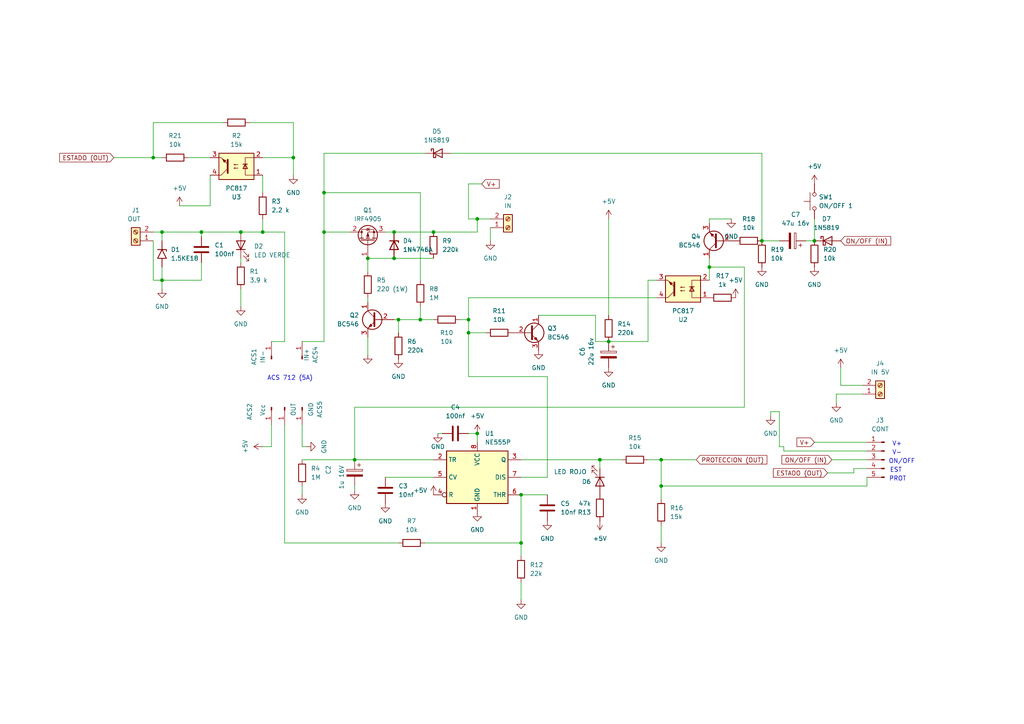
<source format=kicad_sch>
(kicad_sch (version 20230121) (generator eeschema)
  (paper "A4")
  (lib_symbols
    (symbol "Connector:Conn_01x01_Pin" (pin_names (offset 1.016) hide)
      (property "Reference" "J" (at 0 2.54 0))
      (property "Value" "Conn_01x01_Pin" (at 0 -2.54 0))
      (symbol "Conn_01x01_Pin_1_1"
        (polyline (pts (xy 1.27 0) (xy 0.8636 0)) (stroke (width 0.1524)))
        (rectangle (start 0.8636 0.127) (end 0 -0.127) (stroke (width 0.1524)) (fill (type outline)))
        (pin passive line (at 5.08 0 180) (length 3.81) (name "Pin_1") (number "1"))
      )
    )
    (symbol "Connector:Conn_01x06_Pin" (pin_names (offset 1.016) hide)
      (property "Reference" "J3" (at 0.635 10.16 0))
      (property "Value" "INA219" (at 0.635 7.62 0))
      (symbol "Conn_01x06_Pin_1_1"
        (polyline (pts (xy 1.27 -5.08) (xy 0.8636 -5.08)) (stroke (width 0.1524)))
        (polyline (pts (xy 1.27 -2.54) (xy 0.8636 -2.54)) (stroke (width 0.1524)))
        (polyline (pts (xy 1.27 0) (xy 0.8636 0)) (stroke (width 0.1524)))
        (polyline (pts (xy 1.27 2.54) (xy 0.8636 2.54)) (stroke (width 0.1524)))
        (polyline (pts (xy 1.27 5.08) (xy 0.8636 5.08)) (stroke (width 0.1524)))
        (rectangle (start 0.8636 -4.953) (end 0 -5.207) (stroke (width 0.1524)) (fill (type outline)))
        (rectangle (start 0.8636 -2.413) (end 0 -2.667) (stroke (width 0.1524)) (fill (type outline)))
        (rectangle (start 0.8636 0.127) (end 0 -0.127) (stroke (width 0.1524)) (fill (type outline)))
        (rectangle (start 0.8636 2.667) (end 0 2.413) (stroke (width 0.1524)) (fill (type outline)))
        (rectangle (start 0.8636 5.207) (end 0 4.953) (stroke (width 0.1524)) (fill (type outline)))
        (pin passive line (at 5.08 5.08 180) (length 3.81) (name "Pin_1") (number "1"))
        (pin passive line (at 5.08 2.54 180) (length 3.81) (name "Pin_2") (number "2"))
        (pin passive line (at 5.08 0 180) (length 3.81) (name "Pin_3") (number "3"))
        (pin passive line (at 5.08 -2.54 180) (length 3.81) (name "Pin_4") (number "4"))
        (pin passive line (at 5.08 -5.08 180) (length 3.81) (name "Pin_5") (number "5"))
      )
    )
    (symbol "Connector:Screw_Terminal_01x02" (pin_names (offset 1.016) hide)
      (property "Reference" "J" (at 0 2.54 0))
      (property "Value" "Screw_Terminal_01x02" (at 0 -5.08 0))
      (symbol "Screw_Terminal_01x02_1_1"
        (rectangle (start -1.27 1.27) (end 1.27 -3.81) (stroke (width 0.254)) (fill (type background)))
        (circle (center 0 -2.54) (radius 0.635) (stroke (width 0.1524)))
        (polyline (pts (xy -0.5334 -2.2098) (xy 0.3302 -3.048)) (stroke (width 0.1524)))
        (polyline (pts (xy -0.5334 0.3302) (xy 0.3302 -0.508)) (stroke (width 0.1524)))
        (polyline (pts (xy -0.3556 -2.032) (xy 0.508 -2.8702)) (stroke (width 0.1524)))
        (polyline (pts (xy -0.3556 0.508) (xy 0.508 -0.3302)) (stroke (width 0.1524)))
        (circle (center 0 0) (radius 0.635) (stroke (width 0.1524)))
        (pin passive line (at -5.08 0 0) (length 3.81) (name "Pin_1") (number "1"))
        (pin passive line (at -5.08 -2.54 0) (length 3.81) (name "Pin_2") (number "2"))
      )
    )
    (symbol "Device:C" (pin_numbers hide) (pin_names (offset 0.254))
      (property "Reference" "C" (at 0.635 2.54 0))
      (property "Value" "C" (at 0.635 -2.54 0))
      (symbol "C_0_1"
        (polyline (pts (xy -2.032 -0.762) (xy 2.032 -0.762)) (stroke (width 0.508)))
        (polyline (pts (xy -2.032 0.762) (xy 2.032 0.762)) (stroke (width 0.508)))
      )
      (symbol "C_1_1"
        (pin passive line (at 0 3.81 270) (length 2.794) (name "~") (number "1"))
        (pin passive line (at 0 -3.81 90) (length 2.794) (name "~") (number "2"))
      )
    )
    (symbol "Device:C_Polarized" (pin_numbers hide) (pin_names (offset 0.254))
      (property "Reference" "C" (at 0.635 2.54 0))
      (property "Value" "C_Polarized" (at 0.635 -2.54 0))
      (symbol "C_Polarized_0_1"
        (rectangle (start -2.286 0.508) (end 2.286 1.016))
        (polyline (pts (xy -1.778 2.286) (xy -0.762 2.286)))
        (polyline (pts (xy -1.27 2.794) (xy -1.27 1.778)))
        (rectangle (start 2.286 -0.508) (end -2.286 -1.016) (fill (type outline)))
      )
      (symbol "C_Polarized_1_1"
        (pin passive line (at 0 3.81 270) (length 2.794) (name "~") (number "1"))
        (pin passive line (at 0 -3.81 90) (length 2.794) (name "~") (number "2"))
      )
    )
    (symbol "Device:LED" (pin_numbers hide) (pin_names (offset 1.016) hide)
      (property "Reference" "D" (at 0 2.54 0))
      (property "Value" "LED" (at 0 -2.54 0))
      (symbol "LED_0_1"
        (polyline (pts (xy -1.27 -1.27) (xy -1.27 1.27)) (stroke (width 0.254)))
        (polyline (pts (xy -1.27 0) (xy 1.27 0)))
        (polyline (pts (xy 1.27 -1.27) (xy 1.27 1.27) (xy -1.27 0) (xy 1.27 -1.27)) (stroke (width 0.254)))
        (polyline (pts (xy -3.048 -0.762) (xy -4.572 -2.286) (xy -3.81 -2.286) (xy -4.572 -2.286) (xy -4.572 -1.524)))
        (polyline (pts (xy -1.778 -0.762) (xy -3.302 -2.286) (xy -2.54 -2.286) (xy -3.302 -2.286) (xy -3.302 -1.524)))
      )
      (symbol "LED_1_1"
        (pin passive line (at -3.81 0 0) (length 2.54) (name "K") (number "1"))
        (pin passive line (at 3.81 0 180) (length 2.54) (name "A") (number "2"))
      )
    )
    (symbol "Device:R" (pin_numbers hide) (pin_names (offset 0))
      (property "Reference" "R" (at 2.032 0 90))
      (property "Value" "R" (at 0 0 90))
      (symbol "R_0_1"
        (rectangle (start -1.016 -2.54) (end 1.016 2.54) (stroke (width 0.254)))
      )
      (symbol "R_1_1"
        (pin passive line (at 0 3.81 270) (length 1.27) (name "~") (number "1"))
        (pin passive line (at 0 -3.81 90) (length 1.27) (name "~") (number "2"))
      )
    )
    (symbol "Diode:1.5KExxA" (pin_numbers hide) (pin_names (offset 1.016) hide)
      (property "Reference" "D" (at 0 2.54 0))
      (property "Value" "1.5KExxA" (at 0 -2.54 0))
      (symbol "1.5KExxA_0_1"
        (polyline (pts (xy -0.762 1.27) (xy -1.27 1.27) (xy -1.27 -1.27)) (stroke (width 0.254)))
        (polyline (pts (xy 1.27 1.27) (xy 1.27 -1.27) (xy -1.27 0) (xy 1.27 1.27)) (stroke (width 0.254)))
      )
      (symbol "1.5KExxA_1_1"
        (pin passive line (at -3.81 0 0) (length 2.54) (name "A1") (number "1"))
        (pin passive line (at 3.81 0 180) (length 2.54) (name "A2") (number "2"))
      )
    )
    (symbol "Diode:1N47xxA" (pin_numbers hide) (pin_names hide)
      (property "Reference" "D" (at 0 2.54 0))
      (property "Value" "1N47xxA" (at 0 -2.54 0))
      (symbol "1N47xxA_0_1"
        (polyline (pts (xy 1.27 0) (xy -1.27 0)))
        (polyline (pts (xy -1.27 -1.27) (xy -1.27 1.27) (xy -0.762 1.27)) (stroke (width 0.254)))
        (polyline (pts (xy 1.27 -1.27) (xy 1.27 1.27) (xy -1.27 0) (xy 1.27 -1.27)) (stroke (width 0.254)))
      )
      (symbol "1N47xxA_1_1"
        (pin passive line (at -3.81 0 0) (length 2.54) (name "K") (number "1"))
        (pin passive line (at 3.81 0 180) (length 2.54) (name "A") (number "2"))
      )
    )
    (symbol "Diode:1N5819" (pin_numbers hide) (pin_names (offset 1.016) hide)
      (property "Reference" "D" (at 0 2.54 0))
      (property "Value" "1N5819" (at 0 -2.54 0))
      (symbol "1N5819_0_1"
        (polyline (pts (xy 1.27 0) (xy -1.27 0)))
        (polyline (pts (xy 1.27 1.27) (xy 1.27 -1.27) (xy -1.27 0) (xy 1.27 1.27)) (stroke (width 0.254)))
        (polyline (pts (xy -1.905 0.635) (xy -1.905 1.27) (xy -1.27 1.27) (xy -1.27 -1.27) (xy -0.635 -1.27) (xy -0.635 -0.635)) (stroke (width 0.254)))
      )
      (symbol "1N5819_1_1"
        (pin passive line (at -3.81 0 0) (length 2.54) (name "K") (number "1"))
        (pin passive line (at 3.81 0 180) (length 2.54) (name "A") (number "2"))
      )
    )
    (symbol "Isolator:PC817" (pin_names (offset 1.016))
      (property "Reference" "U" (at -5.08 5.08 0))
      (property "Value" "PC817" (at 0 5.08 0))
      (symbol "PC817_0_1"
        (rectangle (start -5.08 3.81) (end 5.08 -3.81) (stroke (width 0.254)) (fill (type background)))
        (polyline (pts (xy -3.175 -0.635) (xy -1.905 -0.635)) (stroke (width 0.254)))
        (polyline (pts (xy 2.54 0.635) (xy 4.445 2.54)))
        (polyline (pts (xy 4.445 -2.54) (xy 2.54 -0.635)) (fill (type outline)))
        (polyline (pts (xy 4.445 -2.54) (xy 5.08 -2.54)))
        (polyline (pts (xy 4.445 2.54) (xy 5.08 2.54)))
        (polyline (pts (xy -5.08 2.54) (xy -2.54 2.54) (xy -2.54 -0.635)))
        (polyline (pts (xy -2.54 -0.635) (xy -2.54 -2.54) (xy -5.08 -2.54)))
        (polyline (pts (xy 2.54 1.905) (xy 2.54 -1.905) (xy 2.54 -1.905)) (stroke (width 0.508)))
        (polyline (pts (xy -2.54 -0.635) (xy -3.175 0.635) (xy -1.905 0.635) (xy -2.54 -0.635)) (stroke (width 0.254)))
        (polyline (pts (xy -0.508 -0.508) (xy 0.762 -0.508) (xy 0.381 -0.635) (xy 0.381 -0.381) (xy 0.762 -0.508)))
        (polyline (pts (xy -0.508 0.508) (xy 0.762 0.508) (xy 0.381 0.381) (xy 0.381 0.635) (xy 0.762 0.508)))
        (polyline (pts (xy 3.048 -1.651) (xy 3.556 -1.143) (xy 4.064 -2.159) (xy 3.048 -1.651) (xy 3.048 -1.651)) (fill (type outline)))
      )
      (symbol "PC817_1_1"
        (pin passive line (at -7.62 2.54 0) (length 2.54) (name "~") (number "1"))
        (pin passive line (at -7.62 -2.54 0) (length 2.54) (name "~") (number "2"))
        (pin passive line (at 7.62 -2.54 180) (length 2.54) (name "~") (number "3"))
        (pin passive line (at 7.62 2.54 180) (length 2.54) (name "~") (number "4"))
      )
    )
    (symbol "Switch:SW_Push" (pin_numbers hide) (pin_names (offset 1.016) hide)
      (property "Reference" "SW" (at 1.27 2.54 0))
      (property "Value" "SW_Push" (at 0 -1.524 0))
      (symbol "SW_Push_0_1"
        (circle (center -2.032 0) (radius 0.508))
        (polyline (pts (xy 0 1.27) (xy 0 3.048)))
        (polyline (pts (xy 2.54 1.27) (xy -2.54 1.27)))
        (circle (center 2.032 0) (radius 0.508))
        (pin passive line (at -5.08 0 0) (length 2.54) (name "1") (number "1"))
        (pin passive line (at 5.08 0 180) (length 2.54) (name "2") (number "2"))
      )
    )
    (symbol "Timer:NE555P"
      (property "Reference" "U" (at -10.16 8.89 0))
      (property "Value" "NE555P" (at 2.54 8.89 0))
      (symbol "NE555P_0_0"
        (pin power_in line (at 0 -10.16 90) (length 2.54) (name "GND") (number "1"))
        (pin power_in line (at 0 10.16 270) (length 2.54) (name "VCC") (number "8"))
      )
      (symbol "NE555P_0_1"
        (rectangle (start -8.89 -7.62) (end 8.89 7.62) (stroke (width 0.254)) (fill (type background)))
        (rectangle (start -8.89 -7.62) (end 8.89 7.62) (stroke (width 0.254)) (fill (type background)))
      )
      (symbol "NE555P_1_1"
        (pin input line (at -12.7 5.08 0) (length 3.81) (name "TR") (number "2"))
        (pin output line (at 12.7 5.08 180) (length 3.81) (name "Q") (number "3"))
        (pin input inverted (at -12.7 -5.08 0) (length 3.81) (name "R") (number "4"))
        (pin input line (at -12.7 0 0) (length 3.81) (name "CV") (number "5"))
        (pin input line (at 12.7 -5.08 180) (length 3.81) (name "THR") (number "6"))
        (pin input line (at 12.7 0 180) (length 3.81) (name "DIS") (number "7"))
      )
    )
    (symbol "Transistor_BJT:BC546" (pin_names (offset 0) hide)
      (property "Reference" "Q" (at 5.08 1.905 0))
      (property "Value" "BC546" (at 5.08 0 0))
      (symbol "BC546_0_1"
        (polyline (pts (xy 0 0) (xy 0.635 0)))
        (polyline (pts (xy 0.635 0.635) (xy 2.54 2.54)))
        (polyline (pts (xy 0.635 -0.635) (xy 2.54 -2.54) (xy 2.54 -2.54)))
        (polyline (pts (xy 0.635 1.905) (xy 0.635 -1.905) (xy 0.635 -1.905)) (stroke (width 0.508)))
        (polyline (pts (xy 1.27 -1.778) (xy 1.778 -1.27) (xy 2.286 -2.286) (xy 1.27 -1.778) (xy 1.27 -1.778)) (fill (type outline)))
        (circle (center 1.27 0) (radius 2.8194) (stroke (width 0.254)))
      )
      (symbol "BC546_1_1"
        (pin passive line (at 2.54 5.08 270) (length 2.54) (name "C") (number "1"))
        (pin input line (at -5.08 0 0) (length 5.08) (name "B") (number "2"))
        (pin passive line (at 2.54 -5.08 90) (length 2.54) (name "E") (number "3"))
      )
    )
    (symbol "Transistor_FET:IRF4905" (pin_names hide)
      (property "Reference" "Q" (at 5.08 1.905 0))
      (property "Value" "IRF4905" (at 5.08 0 0))
      (symbol "IRF4905_0_1"
        (polyline (pts (xy 0.254 0) (xy -2.54 0)))
        (polyline (pts (xy 0.254 1.905) (xy 0.254 -1.905)) (stroke (width 0.254)))
        (polyline (pts (xy 0.762 -1.27) (xy 0.762 -2.286)) (stroke (width 0.254)))
        (polyline (pts (xy 0.762 0.508) (xy 0.762 -0.508)) (stroke (width 0.254)))
        (polyline (pts (xy 0.762 2.286) (xy 0.762 1.27)) (stroke (width 0.254)))
        (polyline (pts (xy 2.54 2.54) (xy 2.54 1.778)))
        (polyline (pts (xy 2.54 -2.54) (xy 2.54 0) (xy 0.762 0)))
        (polyline (pts (xy 0.762 1.778) (xy 3.302 1.778) (xy 3.302 -1.778) (xy 0.762 -1.778)))
        (polyline (pts (xy 2.286 0) (xy 1.27 0.381) (xy 1.27 -0.381) (xy 2.286 0)) (fill (type outline)))
        (polyline (pts (xy 2.794 -0.508) (xy 2.921 -0.381) (xy 3.683 -0.381) (xy 3.81 -0.254)))
        (polyline (pts (xy 3.302 -0.381) (xy 2.921 0.254) (xy 3.683 0.254) (xy 3.302 -0.381)))
        (circle (center 1.651 0) (radius 2.794) (stroke (width 0.254)))
        (circle (center 2.54 -1.778) (radius 0.254) (fill (type outline)))
        (circle (center 2.54 1.778) (radius 0.254) (fill (type outline)))
      )
      (symbol "IRF4905_1_1"
        (pin input line (at -5.08 0 0) (length 2.54) (name "G") (number "1"))
        (pin passive line (at 2.54 5.08 270) (length 2.54) (name "D") (number "2"))
        (pin passive line (at 2.54 -5.08 90) (length 2.54) (name "S") (number "3"))
      )
    )
    (symbol "power:+5V" (power) (pin_names (offset 0))
      (property "Value" "+5V" (at 0 3.556 0))
      (symbol "+5V_0_1"
        (polyline (pts (xy -0.762 1.27) (xy 0 2.54)))
        (polyline (pts (xy 0 0) (xy 0 2.54)))
        (polyline (pts (xy 0 2.54) (xy 0.762 1.27)))
      )
      (symbol "+5V_1_1"
        (pin power_in line (at 0 0 90) (length 0) hide (name "+5V") (number "1"))
      )
    )
    (symbol "power:GND" (power) (pin_names (offset 0))
      (property "Value" "GND" (at 0 -3.81 0))
      (symbol "GND_0_1"
        (polyline (pts (xy 0 0) (xy 0 -1.27) (xy 1.27 -1.27) (xy 0 -2.54) (xy -1.27 -1.27) (xy 0 -1.27)))
      )
      (symbol "GND_1_1"
        (pin power_in line (at 0 0 270) (length 0) hide (name "GND") (number "1"))
      )
    )
  )
  (junction (at 176.53 99.06))
  (junction (at 76.2 67.31))
  (junction (at 114.3 74.93))
  (junction (at 151.13 157.48))
  (junction (at 205.74 77.47))
  (junction (at 106.68 74.93))
  (junction (at 93.98 67.31))
  (junction (at 115.57 92.71))
  (junction (at 220.98 69.85))
  (junction (at 173.99 133.35))
  (junction (at 58.42 67.31))
  (junction (at 125.73 67.31))
  (junction (at 69.85 67.31))
  (junction (at 44.45 45.72))
  (junction (at 46.99 67.31))
  (junction (at 93.98 55.88))
  (junction (at 135.89 92.71))
  (junction (at 236.22 69.85))
  (junction (at 138.43 125.73))
  (junction (at 46.99 81.28))
  (junction (at 135.89 96.52))
  (junction (at 138.43 63.5))
  (junction (at 114.3 67.31))
  (junction (at 121.92 92.71))
  (junction (at 191.77 140.97))
  (junction (at 85.09 45.72))
  (junction (at 191.77 133.35))
  (junction (at 102.87 133.35))
  (junction (at 151.13 143.51))
  (wire (pts (xy 243.84 106.68) (xy 243.84 111.76)))
  (wire (pts (xy 102.87 133.35) (xy 125.73 133.35)))
  (wire (pts (xy 172.72 91.44) (xy 172.72 99.06)))
  (wire (pts (xy 205.74 81.28) (xy 205.74 77.47)))
  (wire (pts (xy 111.76 138.43) (xy 125.73 138.43)))
  (wire (pts (xy 151.13 133.35) (xy 173.99 133.35)))
  (wire (pts (xy 158.75 138.43) (xy 158.75 109.22)))
  (wire (pts (xy 93.98 44.45) (xy 123.19 44.45)))
  (wire (pts (xy 172.72 91.44) (xy 156.21 91.44)))
  (wire (pts (xy 138.43 125.73) (xy 138.43 128.27)))
  (wire (pts (xy 227.33 129.54) (xy 227.33 130.81)))
  (wire (pts (xy 187.96 99.06) (xy 176.53 99.06)))
  (wire (pts (xy 191.77 140.97) (xy 191.77 133.35)))
  (wire (pts (xy 191.77 140.97) (xy 251.46 140.97)))
  (wire (pts (xy 158.75 143.51) (xy 151.13 143.51)))
  (wire (pts (xy 69.85 67.31) (xy 76.2 67.31)))
  (wire (pts (xy 190.5 81.28) (xy 187.96 81.28)))
  (wire (pts (xy 176.53 63.5) (xy 176.53 91.44)))
  (wire (pts (xy 247.65 137.16) (xy 247.65 135.89)))
  (wire (pts (xy 138.43 67.31) (xy 125.73 67.31)))
  (wire (pts (xy 187.96 133.35) (xy 191.77 133.35)))
  (wire (pts (xy 115.57 157.48) (xy 82.55 157.48)))
  (wire (pts (xy 121.92 92.71) (xy 115.57 92.71)))
  (wire (pts (xy 227.33 129.54) (xy 226.06 129.54)))
  (wire (pts (xy 69.85 74.93) (xy 69.85 76.2)))
  (wire (pts (xy 114.3 67.31) (xy 125.73 67.31)))
  (wire (pts (xy 102.87 142.24) (xy 102.87 140.97)))
  (wire (pts (xy 151.13 161.29) (xy 151.13 157.48)))
  (wire (pts (xy 106.68 97.79) (xy 106.68 102.87)))
  (wire (pts (xy 87.63 123.19) (xy 87.63 129.54)))
  (wire (pts (xy 236.22 128.27) (xy 251.46 128.27)))
  (wire (pts (xy 205.74 64.77) (xy 205.74 63.5)))
  (wire (pts (xy 106.68 74.93) (xy 106.68 78.74)))
  (wire (pts (xy 172.72 99.06) (xy 176.53 99.06)))
  (wire (pts (xy 46.99 81.28) (xy 58.42 81.28)))
  (wire (pts (xy 78.74 123.19) (xy 78.74 129.54)))
  (wire (pts (xy 82.55 67.31) (xy 76.2 67.31)))
  (wire (pts (xy 93.98 55.88) (xy 121.92 55.88)))
  (wire (pts (xy 215.9 118.11) (xy 102.87 118.11)))
  (wire (pts (xy 44.45 35.56) (xy 44.45 45.72)))
  (wire (pts (xy 58.42 67.31) (xy 58.42 68.58)))
  (wire (pts (xy 121.92 81.28) (xy 121.92 55.88)))
  (wire (pts (xy 46.99 69.85) (xy 46.99 67.31)))
  (wire (pts (xy 54.61 45.72) (xy 60.96 45.72)))
  (wire (pts (xy 87.63 133.35) (xy 102.87 133.35)))
  (wire (pts (xy 241.3 133.35) (xy 251.46 133.35)))
  (wire (pts (xy 215.9 77.47) (xy 205.74 77.47)))
  (wire (pts (xy 102.87 118.11) (xy 102.87 133.35)))
  (wire (pts (xy 85.09 35.56) (xy 85.09 45.72)))
  (wire (pts (xy 44.45 81.28) (xy 46.99 81.28)))
  (wire (pts (xy 191.77 144.78) (xy 191.77 140.97)))
  (wire (pts (xy 191.77 133.35) (xy 201.93 133.35)))
  (wire (pts (xy 106.68 87.63) (xy 106.68 86.36)))
  (wire (pts (xy 123.19 157.48) (xy 151.13 157.48)))
  (wire (pts (xy 127 125.73) (xy 128.27 125.73)))
  (wire (pts (xy 187.96 81.28) (xy 187.96 99.06)))
  (wire (pts (xy 93.98 55.88) (xy 93.98 67.31)))
  (wire (pts (xy 93.98 44.45) (xy 93.98 55.88)))
  (wire (pts (xy 58.42 76.2) (xy 58.42 81.28)))
  (wire (pts (xy 151.13 168.91) (xy 151.13 173.99)))
  (wire (pts (xy 44.45 35.56) (xy 64.77 35.56)))
  (wire (pts (xy 44.45 67.31) (xy 46.99 67.31)))
  (wire (pts (xy 223.52 119.38) (xy 223.52 120.65)))
  (wire (pts (xy 130.81 44.45) (xy 220.98 44.45)))
  (wire (pts (xy 88.9 129.54) (xy 87.63 129.54)))
  (wire (pts (xy 93.98 67.31) (xy 93.98 99.06)))
  (wire (pts (xy 115.57 92.71) (xy 115.57 96.52)))
  (wire (pts (xy 93.98 99.06) (xy 87.63 99.06)))
  (wire (pts (xy 220.98 69.85) (xy 226.06 69.85)))
  (wire (pts (xy 78.74 129.54) (xy 76.2 129.54)))
  (wire (pts (xy 76.2 63.5) (xy 76.2 67.31)))
  (wire (pts (xy 236.22 69.85) (xy 236.22 63.5)))
  (wire (pts (xy 114.3 74.93) (xy 125.73 74.93)))
  (wire (pts (xy 121.92 92.71) (xy 125.73 92.71)))
  (wire (pts (xy 173.99 133.35) (xy 180.34 133.35)))
  (wire (pts (xy 72.39 35.56) (xy 85.09 35.56)))
  (wire (pts (xy 58.42 67.31) (xy 69.85 67.31)))
  (wire (pts (xy 220.98 44.45) (xy 220.98 69.85)))
  (wire (pts (xy 93.98 67.31) (xy 101.6 67.31)))
  (wire (pts (xy 233.68 69.85) (xy 236.22 69.85)))
  (wire (pts (xy 46.99 81.28) (xy 46.99 83.82)))
  (wire (pts (xy 69.85 83.82) (xy 69.85 88.9)))
  (wire (pts (xy 111.76 67.31) (xy 114.3 67.31)))
  (wire (pts (xy 151.13 157.48) (xy 151.13 143.51)))
  (wire (pts (xy 52.07 59.69) (xy 60.96 59.69)))
  (wire (pts (xy 226.06 119.38) (xy 223.52 119.38)))
  (wire (pts (xy 226.06 129.54) (xy 226.06 119.38)))
  (wire (pts (xy 87.63 140.97) (xy 87.63 143.51)))
  (wire (pts (xy 205.74 77.47) (xy 205.74 74.93)))
  (wire (pts (xy 135.89 86.36) (xy 135.89 92.71)))
  (wire (pts (xy 251.46 140.97) (xy 251.46 138.43)))
  (wire (pts (xy 135.89 53.34) (xy 135.89 63.5)))
  (wire (pts (xy 227.33 130.81) (xy 251.46 130.81)))
  (wire (pts (xy 135.89 86.36) (xy 190.5 86.36)))
  (wire (pts (xy 151.13 138.43) (xy 158.75 138.43)))
  (wire (pts (xy 250.19 114.3) (xy 242.57 114.3)))
  (wire (pts (xy 44.45 69.85) (xy 44.45 81.28)))
  (wire (pts (xy 135.89 96.52) (xy 135.89 92.71)))
  (wire (pts (xy 44.45 45.72) (xy 46.99 45.72)))
  (wire (pts (xy 138.43 63.5) (xy 142.24 63.5)))
  (wire (pts (xy 205.74 63.5) (xy 212.09 63.5)))
  (wire (pts (xy 76.2 50.8) (xy 76.2 55.88)))
  (wire (pts (xy 82.55 99.06) (xy 78.74 99.06)))
  (wire (pts (xy 135.89 96.52) (xy 135.89 109.22)))
  (wire (pts (xy 60.96 50.8) (xy 60.96 59.69)))
  (wire (pts (xy 250.19 111.76) (xy 243.84 111.76)))
  (wire (pts (xy 33.02 45.72) (xy 44.45 45.72)))
  (wire (pts (xy 82.55 123.19) (xy 82.55 157.48)))
  (wire (pts (xy 85.09 50.8) (xy 85.09 45.72)))
  (wire (pts (xy 142.24 66.04) (xy 142.24 69.85)))
  (wire (pts (xy 106.68 74.93) (xy 114.3 74.93)))
  (wire (pts (xy 215.9 77.47) (xy 215.9 118.11)))
  (wire (pts (xy 158.75 109.22) (xy 135.89 109.22)))
  (wire (pts (xy 139.7 53.34) (xy 135.89 53.34)))
  (wire (pts (xy 173.99 133.35) (xy 173.99 135.89)))
  (wire (pts (xy 240.03 137.16) (xy 247.65 137.16)))
  (wire (pts (xy 114.3 92.71) (xy 115.57 92.71)))
  (wire (pts (xy 247.65 135.89) (xy 251.46 135.89)))
  (wire (pts (xy 135.89 63.5) (xy 138.43 63.5)))
  (wire (pts (xy 76.2 45.72) (xy 85.09 45.72)))
  (wire (pts (xy 121.92 88.9) (xy 121.92 92.71)))
  (wire (pts (xy 133.35 92.71) (xy 135.89 92.71)))
  (wire (pts (xy 82.55 67.31) (xy 82.55 99.06)))
  (wire (pts (xy 46.99 81.28) (xy 46.99 77.47)))
  (wire (pts (xy 135.89 125.73) (xy 138.43 125.73)))
  (wire (pts (xy 138.43 63.5) (xy 138.43 67.31)))
  (wire (pts (xy 242.57 114.3) (xy 242.57 116.84)))
  (wire (pts (xy 46.99 67.31) (xy 58.42 67.31)))
  (wire (pts (xy 191.77 152.4) (xy 191.77 157.48)))
  (wire (pts (xy 135.89 96.52) (xy 140.97 96.52)))
  (text "V+" (at 261.62 129.54 0) (effects (font (size 1.27 1.27)) (justify right bottom)))
  (text "PROT" (at 262.89 139.7 0) (effects (font (size 1.27 1.27)) (justify right bottom)))
  (text "ON/OFF" (at 265.43 134.62 0) (effects (font (size 1.27 1.27)) (justify right bottom)))
  (text "ACS 712 (5A)" (at 77.47 110.49 0) (effects (font (size 1.27 1.27)) (justify left bottom)))
  (text "V-" (at 261.62 132.08 0) (effects (font (size 1.27 1.27)) (justify right bottom)))
  (text "EST" (at 261.62 137.16 0) (effects (font (size 1.27 1.27)) (justify right bottom)))
  (global_label "ESTADO (OUT)" (shape input) (at 240.03 137.16 180) (property "Intersheetrefs" "${INTERSHEET_REFS}" (effects hide)))
  (global_label "ON{slash}OFF (IN)" (shape input) (at 243.84 69.85 0) (property "Intersheetrefs" "${INTERSHEET_REFS}" (effects hide)))
  (global_label "PROTECCION (OUT)" (shape input) (at 201.93 133.35 0) (property "Intersheetrefs" "${INTERSHEET_REFS}" (effects hide)))
  (global_label "V+" (shape input) (at 236.22 128.27 180) (property "Intersheetrefs" "${INTERSHEET_REFS}" (effects hide)))
  (global_label "ON{slash}OFF (IN)" (shape input) (at 241.3 133.35 180) (property "Intersheetrefs" "${INTERSHEET_REFS}" (effects hide)))
  (global_label "V+" (shape input) (at 139.7 53.34 0) (property "Intersheetrefs" "${INTERSHEET_REFS}" (effects hide)))
  (global_label "ESTADO (OUT)" (shape input) (at 33.02 45.72 180) (property "Intersheetrefs" "${INTERSHEET_REFS}" (effects hide)))
  (symbol (lib_id "Device:R") (at 115.57 100.33 180) (unit 1)
    (property "Reference" "R6" (at 118.11 99.06 0) (effects (justify right)))
    (property "Value" "220k" (at 118.11 101.6 0) (effects (justify right)))
    (property "Footprint" "Resistor_THT:R_Axial_DIN0207_L6.3mm_D2.5mm_P2.54mm_Vertical" (effects hide))
  )
  (symbol (lib_id "Connector:Conn_01x01_Pin") (at 78.74 104.14 90) (unit 1)
    (property "Reference" "ACS1" (at 73.66 103.505 0))
    (property "Value" "IN-" (at 76.2 103.505 0))
    (property "Footprint" "Connector_PinHeader_2.54mm:PinHeader_1x01_P2.54mm_Vertical" (effects hide))
  )
  (symbol (lib_id "Device:R") (at 220.98 73.66 180) (unit 1)
    (property "Reference" "R19" (at 223.52 72.39 0) (effects (justify right)))
    (property "Value" "10k" (at 223.52 74.93 0) (effects (justify right)))
    (property "Footprint" "Resistor_THT:R_Axial_DIN0207_L6.3mm_D2.5mm_P2.54mm_Vertical" (effects hide))
  )
  (symbol (lib_id "power:+5V") (at 125.73 143.51 0) (unit 1)
    (property "Reference" "#PWR011" (effects hide))
    (property "Value" "+5V" (at 121.92 142.24 0))
  )
  (symbol (lib_id "power:GND") (at 223.52 120.65 0) (unit 1)
    (property "Reference" "#PWR029" (effects hide))
    (property "Value" "GND" (at 223.52 125.73 0))
  )
  (symbol (lib_id "power:GND") (at 151.13 173.99 0) (unit 1)
    (property "Reference" "#PWR017" (effects hide))
    (property "Value" "GND" (at 151.13 179.07 0))
  )
  (symbol (lib_id "power:GND") (at 158.75 151.13 0) (unit 1)
    (property "Reference" "#PWR019" (effects hide))
    (property "Value" "GND" (at 158.75 156.21 0))
  )
  (symbol (lib_id "power:GND") (at 156.21 101.6 0) (unit 1)
    (property "Reference" "#PWR018" (effects hide))
    (property "Value" "GND" (at 156.21 106.68 0))
  )
  (symbol (lib_id "power:+5V") (at 213.36 86.36 0) (unit 1)
    (property "Reference" "#PWR024" (effects hide))
    (property "Value" "+5V" (at 213.36 81.28 0))
  )
  (symbol (lib_id "power:GND") (at 242.57 116.84 0) (unit 1)
    (property "Reference" "#PWR030" (effects hide))
    (property "Value" "GND" (at 242.57 121.92 0))
  )
  (symbol (lib_id "power:GND") (at 46.99 83.82 0) (unit 1)
    (property "Reference" "#PWR01" (effects hide))
    (property "Value" "GND" (at 46.99 88.9 0))
  )
  (symbol (lib_id "Connector:Conn_01x01_Pin") (at 78.74 118.11 90) (mirror x) (unit 1)
    (property "Reference" "ACS2" (at 72.39 121.92 0) (effects (justify right)))
    (property "Value" "Vcc" (at 76.2 120.65 0) (effects (justify right)))
    (property "Footprint" "Connector_PinHeader_2.54mm:PinHeader_1x01_P2.54mm_Vertical" (effects hide))
  )
  (symbol (lib_id "Device:R") (at 184.15 133.35 90) (unit 1)
    (property "Reference" "R15" (at 184.15 127 90))
    (property "Value" "10k" (at 184.15 129.54 90))
    (property "Footprint" "Resistor_THT:R_Axial_DIN0207_L6.3mm_D2.5mm_P2.54mm_Vertical" (effects hide))
  )
  (symbol (lib_id "power:GND") (at 176.53 106.68 0) (unit 1)
    (property "Reference" "#PWR021" (effects hide))
    (property "Value" "GND" (at 176.53 111.76 0))
  )
  (symbol (lib_id "Device:R") (at 50.8 45.72 270) (mirror x) (unit 1)
    (property "Reference" "R21" (at 50.8 39.37 90))
    (property "Value" "10k" (at 50.8 41.91 90))
    (property "Footprint" "Resistor_THT:R_Axial_DIN0207_L6.3mm_D2.5mm_P2.54mm_Vertical" (effects hide))
  )
  (symbol (lib_id "Device:C_Polarized") (at 102.87 137.16 0) (mirror y) (unit 1)
    (property "Reference" "C2" (at 95.25 136.271 90))
    (property "Value" "1u 16V" (at 99.06 138.43 90))
    (property "Footprint" "Capacitor_THT:C_Radial_D5.0mm_H11.0mm_P2.00mm" (effects hide))
  )
  (symbol (lib_id "power:+5V") (at 173.99 151.13 180) (unit 1)
    (property "Reference" "#PWR020" (effects hide))
    (property "Value" "+5V" (at 173.99 156.21 0))
  )
  (symbol (lib_id "Device:R") (at 236.22 73.66 180) (unit 1)
    (property "Reference" "R20" (at 238.76 72.39 0) (effects (justify right)))
    (property "Value" "10k" (at 238.76 74.93 0) (effects (justify right)))
    (property "Footprint" "Resistor_THT:R_Axial_DIN0207_L6.3mm_D2.5mm_P2.54mm_Vertical" (effects hide))
  )
  (symbol (lib_id "power:GND") (at 85.09 50.8 0) (mirror y) (unit 1)
    (property "Reference" "#PWR02" (effects hide))
    (property "Value" "GND" (at 85.09 55.88 0))
  )
  (symbol (lib_id "Isolator:PC817") (at 198.12 83.82 180) (unit 1)
    (property "Reference" "U2" (at 198.12 92.71 0))
    (property "Value" "PC817" (at 198.12 90.17 0))
    (property "Footprint" "Package_DIP:DIP-4_W7.62mm" (effects hide))
    (property "Datasheet" "http://www.soselectronic.cz/a_info/resource/d/pc817.pdf" (effects hide))
  )
  (symbol (lib_id "power:GND") (at 69.85 88.9 0) (unit 1)
    (property "Reference" "#PWR03" (effects hide))
    (property "Value" "GND" (at 69.85 93.98 0))
  )
  (symbol (lib_id "power:GND") (at 127 125.73 0) (unit 1)
    (property "Reference" "#PWR012" (effects hide))
    (property "Value" "GND" (at 127 129.54 0))
  )
  (symbol (lib_id "Diode:1.5KExxA") (at 46.99 73.66 270) (unit 1)
    (property "Reference" "D1" (at 49.53 72.39 90) (effects (justify left)))
    (property "Value" "1.5KE18" (at 49.53 74.93 90) (effects (justify left)))
    (property "Footprint" "Diode_THT:D_DO-201AE_P15.24mm_Horizontal" (effects hide))
    (property "Datasheet" "https://www.vishay.com/docs/88301/15ke.pdf" (effects hide))
  )
  (symbol (lib_id "power:GND") (at 138.43 148.59 0) (unit 1)
    (property "Reference" "#PWR015" (effects hide))
    (property "Value" "GND" (at 138.43 153.67 0))
  )
  (symbol (lib_id "power:GND") (at 88.9 129.54 90) (mirror x) (unit 1)
    (property "Reference" "#PWR06" (effects hide))
    (property "Value" "GND" (at 93.98 129.54 0))
  )
  (symbol (lib_id "Transistor_BJT:BC546") (at 109.22 92.71 0) (mirror y) (unit 1)
    (property "Reference" "Q2" (at 104.14 91.44 0) (effects (justify left)))
    (property "Value" "BC546" (at 104.14 93.98 0) (effects (justify left)))
    (property "Footprint" "Package_TO_SOT_THT:TO-92_Inline" (effects hide))
    (property "Datasheet" "https://www.onsemi.com/pub/Collateral/BC550-D.pdf" (effects hide))
  )
  (symbol (lib_id "Device:R") (at 106.68 82.55 180) (unit 1)
    (property "Reference" "R5" (at 109.22 81.28 0) (effects (justify right)))
    (property "Value" "220 (1W)" (at 109.22 83.82 0) (effects (justify right)))
    (property "Footprint" "Resistor_THT:R_Axial_DIN0207_L6.3mm_D2.5mm_P2.54mm_Vertical" (effects hide))
  )
  (symbol (lib_id "Device:C") (at 132.08 125.73 90) (unit 1)
    (property "Reference" "C4" (at 132.08 118.11 90))
    (property "Value" "100nf" (at 132.08 120.65 90))
    (property "Footprint" "Capacitor_THT:C_Axial_L5.1mm_D3.1mm_P7.50mm_Horizontal" (effects hide))
  )
  (symbol (lib_id "Device:R") (at 144.78 96.52 90) (unit 1)
    (property "Reference" "R11" (at 144.78 90.17 90))
    (property "Value" "10k" (at 144.78 92.71 90))
    (property "Footprint" "Resistor_THT:R_Axial_DIN0207_L6.3mm_D2.5mm_P2.54mm_Vertical" (effects hide))
  )
  (symbol (lib_id "Device:R") (at 119.38 157.48 90) (unit 1)
    (property "Reference" "R7" (at 119.38 151.13 90))
    (property "Value" "10k" (at 119.38 153.67 90))
    (property "Footprint" "Resistor_THT:R_Axial_DIN0207_L6.3mm_D2.5mm_P2.54mm_Vertical" (effects hide))
  )
  (symbol (lib_id "Connector:Conn_01x06_Pin") (at 256.54 133.35 0) (mirror y) (unit 1)
    (property "Reference" "J3" (at 254 121.92 0) (effects (justify right)))
    (property "Value" "CONT" (at 252.73 124.46 0) (effects (justify right)))
    (property "Footprint" "Connector_PinSocket_2.54mm:PinSocket_1x06_P2.54mm_Vertical" (effects hide))
  )
  (symbol (lib_id "Device:R") (at 129.54 92.71 270) (unit 1)
    (property "Reference" "R10" (at 129.54 96.52 90))
    (property "Value" "10k" (at 129.54 99.06 90))
    (property "Footprint" "Resistor_THT:R_Axial_DIN0207_L6.3mm_D2.5mm_P2.54mm_Vertical" (effects hide))
  )
  (symbol (lib_id "power:GND") (at 212.09 63.5 0) (unit 1)
    (property "Reference" "#PWR023" (effects hide))
    (property "Value" "GND" (at 212.09 68.58 0))
  )
  (symbol (lib_id "power:GND") (at 87.63 143.51 0) (unit 1)
    (property "Reference" "#PWR05" (effects hide))
    (property "Value" "GND" (at 87.63 148.59 0))
  )
  (symbol (lib_id "power:GND") (at 106.68 102.87 0) (unit 1)
    (property "Reference" "#PWR08" (effects hide))
    (property "Value" "GND" (effects hide))
  )
  (symbol (lib_id "Device:R") (at 125.73 71.12 0) (unit 1)
    (property "Reference" "R9" (at 128.27 69.85 0) (effects (justify left)))
    (property "Value" "220k" (at 128.27 72.39 0) (effects (justify left)))
    (property "Footprint" "Resistor_THT:R_Axial_DIN0207_L6.3mm_D2.5mm_P2.54mm_Vertical" (effects hide))
  )
  (symbol (lib_id "Transistor_BJT:BC546") (at 208.28 69.85 180) (unit 1)
    (property "Reference" "Q4" (at 203.2 68.58 0) (effects (justify left)))
    (property "Value" "BC546" (at 203.2 71.12 0) (effects (justify left)))
    (property "Footprint" "Package_TO_SOT_THT:TO-92_Inline" (effects hide))
    (property "Datasheet" "https://www.onsemi.com/pub/Collateral/BC550-D.pdf" (effects hide))
  )
  (symbol (lib_id "power:GND") (at 191.77 157.48 0) (unit 1)
    (property "Reference" "#PWR022" (effects hide))
    (property "Value" "GND" (at 191.77 162.56 0))
  )
  (symbol (lib_id "Device:C_Polarized") (at 176.53 102.87 0) (mirror y) (unit 1)
    (property "Reference" "C6" (at 168.91 101.981 90))
    (property "Value" "22u 16v" (at 171.45 101.981 90))
    (property "Footprint" "Capacitor_THT:C_Radial_D5.0mm_H11.0mm_P2.00mm" (effects hide))
  )
  (symbol (lib_id "Device:R") (at 151.13 165.1 180) (unit 1)
    (property "Reference" "R12" (at 153.67 163.83 0) (effects (justify right)))
    (property "Value" "22k" (at 153.67 166.37 0) (effects (justify right)))
    (property "Footprint" "Resistor_THT:R_Axial_DIN0207_L6.3mm_D2.5mm_P2.54mm_Vertical" (effects hide))
  )
  (symbol (lib_id "Diode:1N5819") (at 240.03 69.85 0) (unit 1)
    (property "Reference" "D7" (at 239.7125 63.5 0))
    (property "Value" "1N5819" (at 239.7125 66.04 0))
    (property "Footprint" "Diode_THT:D_DO-41_SOD81_P10.16mm_Horizontal" (effects hide))
    (property "Datasheet" "http://www.vishay.com/docs/88525/1n5817.pdf" (effects hide))
  )
  (symbol (lib_id "Diode:1N47xxA") (at 114.3 71.12 270) (unit 1)
    (property "Reference" "D3" (effects hide))
    (property "Value" "1N4746A" (at 116.84 72.39 90) (effects (justify left)))
    (property "Footprint" "Diode_THT:D_DO-41_SOD81_P10.16mm_Horizontal" (effects hide))
    (property "Datasheet" "https://www.vishay.com/docs/85816/1n4728a.pdf" (effects hide))
  )
  (symbol (lib_id "power:GND") (at 115.57 104.14 0) (unit 1)
    (property "Reference" "#PWR010" (effects hide))
    (property "Value" "GND" (at 115.57 109.22 0))
  )
  (symbol (lib_id "power:GND") (at 236.22 77.47 0) (unit 1)
    (property "Reference" "#PWR027" (effects hide))
    (property "Value" "GND" (at 236.22 82.55 0))
  )
  (symbol (lib_id "Device:R") (at 209.55 86.36 270) (unit 1)
    (property "Reference" "R17" (at 209.55 80.01 90))
    (property "Value" "1k" (at 209.55 82.55 90))
    (property "Footprint" "Resistor_THT:R_Axial_DIN0207_L6.3mm_D2.5mm_P2.54mm_Vertical" (effects hide))
  )
  (symbol (lib_id "Timer:NE555P") (at 138.43 138.43 0) (unit 1)
    (property "Reference" "U1" (at 140.6241 125.73 0) (effects (justify left)))
    (property "Value" "NE555P" (at 140.6241 128.27 0) (effects (justify left)))
    (property "Footprint" "Package_DIP:DIP-8_W7.62mm" (effects hide))
    (property "Datasheet" "http://www.ti.com/lit/ds/symlink/ne555.pdf" (effects hide))
  )
  (symbol (lib_id "Device:C") (at 111.76 142.24 0) (unit 1)
    (property "Reference" "C3" (at 115.57 140.97 0) (effects (justify left)))
    (property "Value" "10nf" (at 115.57 143.51 0) (effects (justify left)))
    (property "Footprint" "Capacitor_THT:C_Axial_L5.1mm_D3.1mm_P7.50mm_Horizontal" (effects hide))
  )
  (symbol (lib_id "power:+5V") (at 236.22 53.34 0) (unit 1)
    (property "Reference" "#PWR026" (effects hide))
    (property "Value" "+5V" (at 236.22 48.26 0))
  )
  (symbol (lib_id "power:GND") (at 111.76 146.05 0) (unit 1)
    (property "Reference" "#PWR09" (effects hide))
    (property "Value" "GND" (at 111.76 151.13 0))
  )
  (symbol (lib_id "Transistor_FET:IRF4905") (at 106.68 69.85 90) (unit 1)
    (property "Reference" "Q1" (at 106.68 60.96 90))
    (property "Value" "IRF4905" (at 106.68 63.5 90))
    (property "Footprint" "Package_TO_SOT_THT:TO-220-3_Vertical" (effects hide))
    (property "Datasheet" "http://www.infineon.com/dgdl/irf4905.pdf?fileId=5546d462533600a4015355e32165197c" (effects hide))
  )
  (symbol (lib_id "power:+5V") (at 243.84 106.68 0) (unit 1)
    (property "Reference" "#PWR031" (effects hide))
    (property "Value" "+5V" (at 243.84 101.6 0))
  )
  (symbol (lib_id "Device:R") (at 173.99 147.32 180) (unit 1)
    (property "Reference" "R13" (at 171.45 148.59 0) (effects (justify left)))
    (property "Value" "47k" (at 171.45 146.05 0) (effects (justify left)))
    (property "Footprint" "Resistor_THT:R_Axial_DIN0207_L6.3mm_D2.5mm_P2.54mm_Vertical" (effects hide))
  )
  (symbol (lib_id "Device:C_Polarized") (at 229.87 69.85 270) (mirror x) (unit 1)
    (property "Reference" "C7" (at 230.759 62.23 90))
    (property "Value" "47u 16v" (at 230.759 64.77 90))
    (property "Footprint" "Capacitor_THT:C_Radial_D5.0mm_H11.0mm_P2.00mm" (effects hide))
  )
  (symbol (lib_id "Transistor_BJT:BC546") (at 153.67 96.52 0) (unit 1)
    (property "Reference" "Q3" (at 158.75 95.25 0) (effects (justify left)))
    (property "Value" "BC546" (at 158.75 97.79 0) (effects (justify left)))
    (property "Footprint" "Package_TO_SOT_THT:TO-92_Inline" (effects hide))
    (property "Datasheet" "https://www.onsemi.com/pub/Collateral/BC550-D.pdf" (effects hide))
  )
  (symbol (lib_id "power:GND") (at 102.87 142.24 0) (unit 1)
    (property "Reference" "#PWR07" (effects hide))
    (property "Value" "GND" (at 102.87 147.32 0))
  )
  (symbol (lib_id "Connector:Screw_Terminal_01x02") (at 39.37 69.85 180) (unit 1)
    (property "Reference" "J1" (at 39.37 60.96 0))
    (property "Value" "OUT " (at 39.37 63.5 0))
    (property "Footprint" "TerminalBlock:TerminalBlock_bornier-2_P5.08mm" (effects hide))
  )
  (symbol (lib_id "Device:R") (at 69.85 80.01 0) (unit 1)
    (property "Reference" "R1" (at 72.39 78.74 0) (effects (justify left)))
    (property "Value" "3.9 k" (at 72.39 81.28 0) (effects (justify left)))
    (property "Footprint" "Resistor_THT:R_Axial_DIN0207_L6.3mm_D2.5mm_P2.54mm_Vertical" (effects hide))
  )
  (symbol (lib_id "power:+5V") (at 52.07 59.69 0) (unit 1)
    (property "Reference" "#PWR028" (effects hide))
    (property "Value" "+5V" (at 52.07 54.61 0))
  )
  (symbol (lib_id "Device:R") (at 121.92 85.09 0) (unit 1)
    (property "Reference" "R8" (at 124.46 83.82 0) (effects (justify left)))
    (property "Value" "1M" (at 124.46 86.36 0) (effects (justify left)))
    (property "Footprint" "Resistor_THT:R_Axial_DIN0207_L6.3mm_D2.5mm_P2.54mm_Vertical" (effects hide))
  )
  (symbol (lib_id "Isolator:PC817") (at 68.58 48.26 180) (unit 1)
    (property "Reference" "U3" (at 68.58 57.15 0))
    (property "Value" "PC817" (at 68.58 54.61 0))
    (property "Footprint" "Package_DIP:DIP-4_W7.62mm" (effects hide))
    (property "Datasheet" "http://www.soselectronic.cz/a_info/resource/d/pc817.pdf" (effects hide))
  )
  (symbol (lib_id "Switch:SW_Push") (at 236.22 58.42 90) (unit 1)
    (property "Reference" "SW1" (at 237.49 57.15 90) (effects (justify right)))
    (property "Value" "ON/OFF 1" (at 237.49 59.69 90) (effects (justify right)))
    (property "Footprint" "Button_Switch_SMD:SW_SPST_CK_RS282G05A3" (effects hide))
  )
  (symbol (lib_id "power:GND") (at 220.98 77.47 0) (unit 1)
    (property "Reference" "#PWR025" (effects hide))
    (property "Value" "GND" (at 220.98 82.55 0))
  )
  (symbol (lib_id "Connector:Conn_01x01_Pin") (at 87.63 104.14 270) (mirror x) (unit 1)
    (property "Reference" "ACS4" (at 91.44 105.41 0) (effects (justify left)))
    (property "Value" "IN+" (at 88.9 104.775 0) (effects (justify left)))
    (property "Footprint" "Connector_PinHeader_2.54mm:PinHeader_1x01_P2.54mm_Vertical" (effects hide))
  )
  (symbol (lib_id "Diode:1N5819") (at 127 44.45 0) (unit 1)
    (property "Reference" "D5" (at 126.6825 38.1 0))
    (property "Value" "1N5819" (at 126.6825 40.64 0))
    (property "Footprint" "Diode_THT:D_DO-41_SOD81_P10.16mm_Horizontal" (effects hide))
    (property "Datasheet" "http://www.vishay.com/docs/88525/1n5817.pdf" (effects hide))
  )
  (symbol (lib_id "Device:LED") (at 69.85 71.12 90) (unit 1)
    (property "Reference" "D2" (at 73.66 71.4375 90) (effects (justify right)))
    (property "Value" "LED VERDE" (at 73.66 73.9775 90) (effects (justify right)))
    (property "Footprint" "LED_THT:LED_D3.0mm_IRBlack" (effects hide))
  )
  (symbol (lib_id "Device:R") (at 191.77 148.59 180) (unit 1)
    (property "Reference" "R16" (at 194.31 147.32 0) (effects (justify right)))
    (property "Value" "15k" (at 194.31 149.86 0) (effects (justify right)))
    (property "Footprint" "Resistor_THT:R_Axial_DIN0207_L6.3mm_D2.5mm_P2.54mm_Vertical" (effects hide))
  )
  (symbol (lib_id "Device:R") (at 217.17 69.85 270) (unit 1)
    (property "Reference" "R18" (at 217.17 63.5 90))
    (property "Value" "10k" (at 217.17 66.04 90))
    (property "Footprint" "Resistor_THT:R_Axial_DIN0207_L6.3mm_D2.5mm_P2.54mm_Vertical" (effects hide))
  )
  (symbol (lib_id "power:+5V") (at 138.43 125.73 0) (unit 1)
    (property "Reference" "#PWR014" (effects hide))
    (property "Value" "+5V" (at 138.43 120.65 0))
  )
  (symbol (lib_id "Device:C") (at 158.75 147.32 0) (unit 1)
    (property "Reference" "C5" (at 162.56 146.05 0) (effects (justify left)))
    (property "Value" "10nf" (at 162.56 148.59 0) (effects (justify left)))
    (property "Footprint" "Capacitor_THT:C_Axial_L5.1mm_D3.1mm_P7.50mm_Horizontal" (effects hide))
  )
  (symbol (lib_id "power:+5V") (at 76.2 129.54 90) (mirror x) (unit 1)
    (property "Reference" "#PWR04" (effects hide))
    (property "Value" "+5V" (at 71.12 129.54 0))
  )
  (symbol (lib_id "Connector:Conn_01x01_Pin") (at 82.55 118.11 270) (unit 1)
    (property "Reference" "ACS3" (effects hide))
    (property "Value" "OUT" (at 85.09 118.745 0))
    (property "Footprint" "Connector_PinHeader_2.54mm:PinHeader_1x01_P2.54mm_Vertical" (effects hide))
  )
  (symbol (lib_id "Device:R") (at 68.58 35.56 270) (unit 1)
    (property "Reference" "R2" (at 68.58 39.37 90))
    (property "Value" "15k" (at 68.58 41.91 90))
    (property "Footprint" "Resistor_THT:R_Axial_DIN0207_L6.3mm_D2.5mm_P2.54mm_Vertical" (effects hide))
  )
  (symbol (lib_id "Device:LED") (at 173.99 139.7 270) (unit 1)
    (property "Reference" "D6" (at 171.45 139.7 90) (effects (justify right)))
    (property "Value" "LED ROJO" (at 170.18 136.8425 90) (effects (justify right)))
    (property "Footprint" "LED_THT:LED_D3.0mm_IRBlack" (effects hide))
  )
  (symbol (lib_id "Device:R") (at 76.2 59.69 180) (unit 1)
    (property "Reference" "R3" (at 78.74 58.42 0) (effects (justify right)))
    (property "Value" "2.2 k " (at 78.74 60.96 0) (effects (justify right)))
    (property "Footprint" "Resistor_THT:R_Axial_DIN0207_L6.3mm_D2.5mm_P2.54mm_Vertical" (effects hide))
  )
  (symbol (lib_id "Device:R") (at 87.63 137.16 0) (unit 1)
    (property "Reference" "R4" (at 90.17 135.89 0) (effects (justify left)))
    (property "Value" "1M" (at 90.17 138.43 0) (effects (justify left)))
    (property "Footprint" "Resistor_THT:R_Axial_DIN0207_L6.3mm_D2.5mm_P2.54mm_Vertical" (effects hide))
  )
  (symbol (lib_id "power:+5V") (at 176.53 63.5 0) (unit 1)
    (property "Reference" "#PWR016" (effects hide))
    (property "Value" "+5V" (at 176.53 58.42 0))
  )
  (symbol (lib_id "power:GND") (at 142.24 69.85 0) (unit 1)
    (property "Reference" "#PWR013" (effects hide))
    (property "Value" "GND" (at 142.24 74.93 0))
  )
  (symbol (lib_id "Device:R") (at 176.53 95.25 180) (unit 1)
    (property "Reference" "R14" (at 179.07 93.98 0) (effects (justify right)))
    (property "Value" "220k" (at 179.07 96.52 0) (effects (justify right)))
    (property "Footprint" "Resistor_THT:R_Axial_DIN0207_L6.3mm_D2.5mm_P2.54mm_Vertical" (effects hide))
  )
  (symbol (lib_id "Device:C") (at 58.42 72.39 180) (unit 1)
    (property "Reference" "C1" (at 62.23 71.12 0) (effects (justify right)))
    (property "Value" "100nf" (at 62.23 73.66 0) (effects (justify right)))
    (property "Footprint" "Capacitor_THT:C_Axial_L5.1mm_D3.1mm_P7.50mm_Horizontal" (effects hide))
  )
  (symbol (lib_id "Diode:1N47xxA") (at 114.3 71.12 270) (unit 1)
    (property "Reference" "D4" (at 116.84 69.85 90) (effects (justify left)))
    (property "Value" "1N4746A" (at 116.84 72.39 90) (effects (justify left)))
    (property "Footprint" "Diode_THT:D_DO-41_SOD81_P10.16mm_Horizontal" (effects hide))
    (property "Datasheet" "https://www.vishay.com/docs/85816/1n4728a.pdf" (effects hide))
  )
  (symbol (lib_id "Connector:Screw_Terminal_01x02") (at 147.32 66.04 0) (mirror x) (unit 1)
    (property "Reference" "J2" (at 147.32 57.15 0))
    (property "Value" "IN" (at 147.32 59.69 0))
    (property "Footprint" "TerminalBlock:TerminalBlock_bornier-2_P5.08mm" (effects hide))
  )
  (symbol (lib_id "Connector:Screw_Terminal_01x02") (at 255.27 114.3 0) (mirror x) (unit 1)
    (property "Reference" "J4" (at 255.27 105.41 0))
    (property "Value" "IN 5V" (at 255.27 107.95 0))
    (property "Footprint" "TerminalBlock:TerminalBlock_bornier-2_P5.08mm" (effects hide))
  )
  (symbol (lib_id "Connector:Conn_01x01_Pin") (at 87.63 118.11 270) (unit 1)
    (property "Reference" "ACS5" (at 92.71 118.745 0))
    (property "Value" "GND" (at 90.17 118.745 0))
    (property "Footprint" "Connector_PinHeader_2.54mm:PinHeader_1x01_P2.54mm_Vertical" (effects hide))
  )
)
</source>
